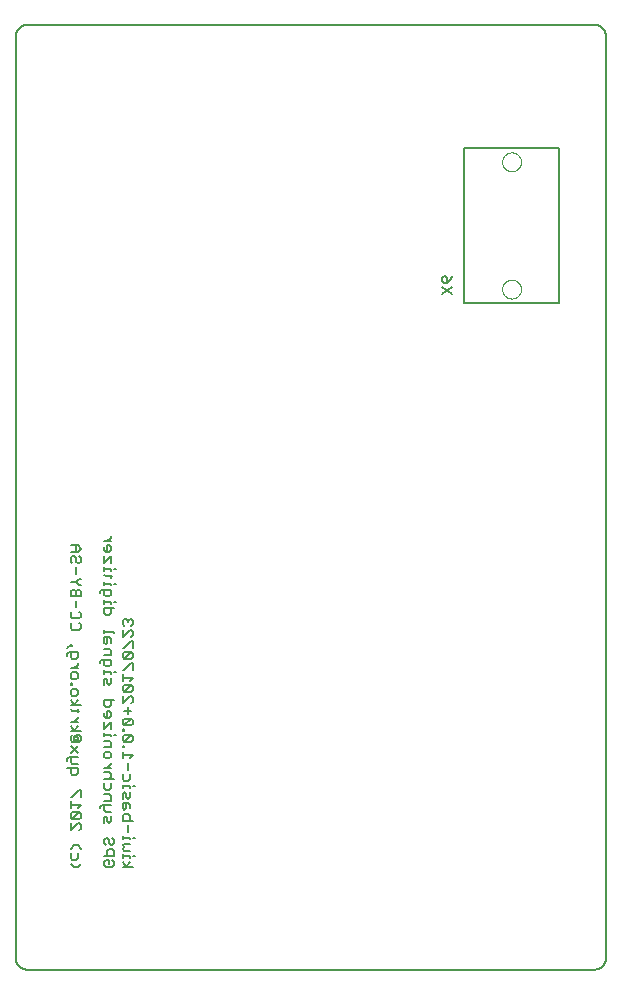
<source format=gbo>
G75*
%MOIN*%
%OFA0B0*%
%FSLAX25Y25*%
%IPPOS*%
%LPD*%
%AMOC8*
5,1,8,0,0,1.08239X$1,22.5*
%
%ADD10C,0.00600*%
%ADD11C,0.00500*%
%ADD12C,0.00000*%
%ADD13C,0.00787*%
D10*
X0030403Y0039158D02*
X0029269Y0040293D01*
X0029836Y0041614D02*
X0029269Y0042181D01*
X0029269Y0043882D01*
X0029269Y0045297D02*
X0030403Y0046431D01*
X0031538Y0046431D01*
X0032672Y0045297D01*
X0031538Y0043882D02*
X0031538Y0042181D01*
X0030970Y0041614D01*
X0029836Y0041614D01*
X0030403Y0039158D02*
X0031538Y0039158D01*
X0032672Y0040293D01*
X0040293Y0040860D02*
X0040860Y0041427D01*
X0041994Y0041427D01*
X0041994Y0040293D01*
X0043128Y0041427D02*
X0043696Y0040860D01*
X0043696Y0039725D01*
X0043128Y0039158D01*
X0040860Y0039158D01*
X0040293Y0039725D01*
X0040293Y0040860D01*
X0040293Y0042841D02*
X0043696Y0042841D01*
X0043696Y0044543D01*
X0043128Y0045110D01*
X0041994Y0045110D01*
X0041427Y0044543D01*
X0041427Y0042841D01*
X0040860Y0046525D02*
X0040293Y0047092D01*
X0040293Y0048226D01*
X0040860Y0048793D01*
X0041427Y0048793D01*
X0041994Y0048226D01*
X0041994Y0047092D01*
X0042561Y0046525D01*
X0043128Y0046525D01*
X0043696Y0047092D01*
X0043696Y0048226D01*
X0043128Y0048793D01*
X0046592Y0048933D02*
X0048860Y0048933D01*
X0048860Y0048366D01*
X0049995Y0048933D02*
X0050562Y0048933D01*
X0048860Y0046952D02*
X0047159Y0046952D01*
X0046592Y0046384D01*
X0047159Y0045817D01*
X0046592Y0045250D01*
X0047159Y0044683D01*
X0048860Y0044683D01*
X0048860Y0042795D02*
X0046592Y0042795D01*
X0046592Y0042228D02*
X0046592Y0043362D01*
X0048860Y0042795D02*
X0048860Y0042228D01*
X0049995Y0042795D02*
X0050562Y0042795D01*
X0048860Y0040860D02*
X0047726Y0039158D01*
X0046592Y0040860D01*
X0046592Y0039158D02*
X0049995Y0039158D01*
X0046592Y0048366D02*
X0046592Y0049500D01*
X0048293Y0050822D02*
X0048293Y0053090D01*
X0048860Y0054505D02*
X0048860Y0056206D01*
X0048293Y0056773D01*
X0047159Y0056773D01*
X0046592Y0056206D01*
X0046592Y0054505D01*
X0049995Y0054505D01*
X0047159Y0058188D02*
X0047726Y0058755D01*
X0047726Y0060456D01*
X0048293Y0060456D02*
X0046592Y0060456D01*
X0046592Y0058755D01*
X0047159Y0058188D01*
X0048860Y0058755D02*
X0048860Y0059889D01*
X0048293Y0060456D01*
X0048293Y0061871D02*
X0048860Y0062438D01*
X0048860Y0064140D01*
X0047726Y0063572D02*
X0047726Y0062438D01*
X0048293Y0061871D01*
X0046592Y0061871D02*
X0046592Y0063572D01*
X0047159Y0064140D01*
X0047726Y0063572D01*
X0046592Y0065554D02*
X0046592Y0066688D01*
X0046592Y0066121D02*
X0048860Y0066121D01*
X0048860Y0065554D01*
X0049995Y0066121D02*
X0050562Y0066121D01*
X0048293Y0068010D02*
X0048860Y0068577D01*
X0048860Y0070278D01*
X0048293Y0071693D02*
X0048293Y0073961D01*
X0048860Y0075376D02*
X0049995Y0076510D01*
X0046592Y0076510D01*
X0046592Y0075376D02*
X0046592Y0077644D01*
X0046592Y0079059D02*
X0046592Y0079626D01*
X0047159Y0079626D01*
X0047159Y0079059D01*
X0046592Y0079059D01*
X0047159Y0080901D02*
X0046592Y0081468D01*
X0046592Y0082602D01*
X0047159Y0083169D01*
X0049428Y0083169D01*
X0047159Y0080901D01*
X0049428Y0080901D01*
X0049995Y0081468D01*
X0049995Y0082602D01*
X0049428Y0083169D01*
X0047159Y0084584D02*
X0047159Y0085151D01*
X0046592Y0085151D01*
X0046592Y0084584D01*
X0047159Y0084584D01*
X0047159Y0086425D02*
X0046592Y0086992D01*
X0046592Y0088127D01*
X0047159Y0088694D01*
X0049428Y0088694D01*
X0047159Y0086425D01*
X0049428Y0086425D01*
X0049995Y0086992D01*
X0049995Y0088127D01*
X0049428Y0088694D01*
X0048293Y0090108D02*
X0048293Y0092377D01*
X0047159Y0091243D02*
X0049428Y0091243D01*
X0049428Y0093792D02*
X0049995Y0094359D01*
X0049995Y0095493D01*
X0049428Y0096060D01*
X0048860Y0096060D01*
X0046592Y0093792D01*
X0046592Y0096060D01*
X0047159Y0097475D02*
X0046592Y0098042D01*
X0046592Y0099176D01*
X0047159Y0099743D01*
X0049428Y0099743D01*
X0047159Y0097475D01*
X0049428Y0097475D01*
X0049995Y0098042D01*
X0049995Y0099176D01*
X0049428Y0099743D01*
X0048860Y0101158D02*
X0049995Y0102292D01*
X0046592Y0102292D01*
X0046592Y0101158D02*
X0046592Y0103426D01*
X0046592Y0104841D02*
X0047159Y0104841D01*
X0049428Y0107110D01*
X0049995Y0107110D01*
X0049995Y0104841D01*
X0049428Y0108524D02*
X0047159Y0108524D01*
X0049428Y0110793D01*
X0047159Y0110793D01*
X0046592Y0110226D01*
X0046592Y0109091D01*
X0047159Y0108524D01*
X0049428Y0108524D02*
X0049995Y0109091D01*
X0049995Y0110226D01*
X0049428Y0110793D01*
X0049995Y0112207D02*
X0049995Y0114476D01*
X0049428Y0114476D01*
X0047159Y0112207D01*
X0046592Y0112207D01*
X0046592Y0115890D02*
X0048860Y0118159D01*
X0049428Y0118159D01*
X0049995Y0117592D01*
X0049995Y0116458D01*
X0049428Y0115890D01*
X0049428Y0119574D02*
X0049995Y0120141D01*
X0049995Y0121275D01*
X0049428Y0121842D01*
X0048860Y0121842D01*
X0048293Y0121275D01*
X0047726Y0121842D01*
X0047159Y0121842D01*
X0046592Y0121275D01*
X0046592Y0120141D01*
X0047159Y0119574D01*
X0046592Y0118159D02*
X0046592Y0115890D01*
X0043696Y0117118D02*
X0043696Y0117685D01*
X0040293Y0117685D01*
X0040293Y0117118D02*
X0040293Y0118252D01*
X0040293Y0115704D02*
X0040293Y0114002D01*
X0040860Y0113435D01*
X0041427Y0114002D01*
X0041427Y0115704D01*
X0041994Y0115704D02*
X0040293Y0115704D01*
X0041994Y0115704D02*
X0042561Y0115136D01*
X0042561Y0114002D01*
X0041994Y0112020D02*
X0042561Y0111453D01*
X0042561Y0109752D01*
X0040293Y0109752D01*
X0040293Y0108337D02*
X0040293Y0106636D01*
X0040860Y0106069D01*
X0041994Y0106069D01*
X0042561Y0106636D01*
X0042561Y0108337D01*
X0039725Y0108337D01*
X0039158Y0107770D01*
X0039158Y0107203D01*
X0040293Y0104748D02*
X0040293Y0103613D01*
X0040293Y0104180D02*
X0042561Y0104180D01*
X0042561Y0103613D01*
X0043696Y0104180D02*
X0044263Y0104180D01*
X0042561Y0102199D02*
X0042561Y0100497D01*
X0041994Y0099930D01*
X0041427Y0100497D01*
X0041427Y0101632D01*
X0040860Y0102199D01*
X0040293Y0101632D01*
X0040293Y0099930D01*
X0040293Y0094832D02*
X0040293Y0093131D01*
X0040860Y0092564D01*
X0041994Y0092564D01*
X0042561Y0093131D01*
X0042561Y0094832D01*
X0043696Y0094832D02*
X0040293Y0094832D01*
X0041427Y0091149D02*
X0041427Y0088881D01*
X0041994Y0088881D02*
X0042561Y0089448D01*
X0042561Y0090582D01*
X0041994Y0091149D01*
X0041427Y0091149D01*
X0040293Y0090582D02*
X0040293Y0089448D01*
X0040860Y0088881D01*
X0041994Y0088881D01*
X0042561Y0087466D02*
X0040293Y0085198D01*
X0040293Y0087466D01*
X0040293Y0083876D02*
X0040293Y0082742D01*
X0040293Y0083309D02*
X0042561Y0083309D01*
X0042561Y0082742D01*
X0043696Y0083309D02*
X0044263Y0083309D01*
X0042561Y0085198D02*
X0042561Y0087466D01*
X0041994Y0081328D02*
X0040293Y0081328D01*
X0041994Y0081328D02*
X0042561Y0080760D01*
X0042561Y0079059D01*
X0040293Y0079059D01*
X0040860Y0077644D02*
X0040293Y0077077D01*
X0040293Y0075943D01*
X0040860Y0075376D01*
X0041994Y0075376D01*
X0042561Y0075943D01*
X0042561Y0077077D01*
X0041994Y0077644D01*
X0040860Y0077644D01*
X0042561Y0074008D02*
X0042561Y0073441D01*
X0041427Y0072307D01*
X0040293Y0072307D02*
X0042561Y0072307D01*
X0041994Y0070892D02*
X0040293Y0070892D01*
X0041994Y0070892D02*
X0042561Y0070325D01*
X0042561Y0069191D01*
X0041994Y0068623D01*
X0042561Y0067209D02*
X0042561Y0065507D01*
X0041994Y0064940D01*
X0040860Y0064940D01*
X0040293Y0065507D01*
X0040293Y0067209D01*
X0040293Y0068623D02*
X0043696Y0068623D01*
X0046592Y0068577D02*
X0046592Y0070278D01*
X0046592Y0068577D02*
X0047159Y0068010D01*
X0048293Y0068010D01*
X0042561Y0062959D02*
X0042561Y0061257D01*
X0040293Y0061257D01*
X0040293Y0059843D02*
X0040293Y0058141D01*
X0040860Y0057574D01*
X0042561Y0057574D01*
X0042561Y0056159D02*
X0042561Y0054458D01*
X0041994Y0053891D01*
X0041427Y0054458D01*
X0041427Y0055592D01*
X0040860Y0056159D01*
X0040293Y0055592D01*
X0040293Y0053891D01*
X0039158Y0058708D02*
X0039158Y0059275D01*
X0039725Y0059843D01*
X0042561Y0059843D01*
X0042561Y0062959D02*
X0041994Y0063526D01*
X0040293Y0063526D01*
X0032672Y0062485D02*
X0032672Y0064753D01*
X0032105Y0064753D01*
X0029836Y0062485D01*
X0029269Y0062485D01*
X0029269Y0061070D02*
X0029269Y0058802D01*
X0029269Y0059936D02*
X0032672Y0059936D01*
X0031538Y0058802D01*
X0032105Y0057387D02*
X0029836Y0057387D01*
X0029269Y0056820D01*
X0029269Y0055686D01*
X0029836Y0055119D01*
X0032105Y0057387D01*
X0032672Y0056820D01*
X0032672Y0055686D01*
X0032105Y0055119D01*
X0029836Y0055119D01*
X0029269Y0053704D02*
X0029269Y0051435D01*
X0031538Y0053704D01*
X0032105Y0053704D01*
X0032672Y0053137D01*
X0032672Y0052003D01*
X0032105Y0051435D01*
X0030970Y0069851D02*
X0029836Y0069851D01*
X0029269Y0070418D01*
X0029269Y0072120D01*
X0028135Y0072120D02*
X0031538Y0072120D01*
X0031538Y0070418D01*
X0030970Y0069851D01*
X0031538Y0073534D02*
X0029836Y0073534D01*
X0029269Y0074101D01*
X0029269Y0075803D01*
X0028702Y0075803D02*
X0028135Y0075236D01*
X0028135Y0074669D01*
X0028702Y0075803D02*
X0031538Y0075803D01*
X0031538Y0077217D02*
X0029269Y0079486D01*
X0029836Y0080901D02*
X0029269Y0081468D01*
X0029269Y0082602D01*
X0029836Y0083169D01*
X0030403Y0082602D02*
X0031538Y0082602D01*
X0031538Y0081468D01*
X0030403Y0081468D01*
X0030403Y0082602D01*
X0030970Y0083169D01*
X0032105Y0083169D01*
X0032672Y0082602D01*
X0032672Y0081468D01*
X0032105Y0080901D01*
X0029836Y0080901D01*
X0031538Y0079486D02*
X0029269Y0077217D01*
X0029269Y0084584D02*
X0032672Y0084584D01*
X0031538Y0086285D02*
X0030403Y0084584D01*
X0029269Y0086285D01*
X0029269Y0087653D02*
X0031538Y0087653D01*
X0031538Y0088787D02*
X0030403Y0087653D01*
X0031538Y0088787D02*
X0031538Y0089354D01*
X0031538Y0090722D02*
X0031538Y0091857D01*
X0032105Y0091289D02*
X0029836Y0091289D01*
X0029269Y0091857D01*
X0029269Y0093178D02*
X0032672Y0093178D01*
X0031538Y0094879D02*
X0030403Y0093178D01*
X0029269Y0094879D01*
X0029836Y0096247D02*
X0029269Y0096814D01*
X0029269Y0097948D01*
X0029836Y0098516D01*
X0030970Y0098516D01*
X0031538Y0097948D01*
X0031538Y0096814D01*
X0030970Y0096247D01*
X0029836Y0096247D01*
X0029836Y0099930D02*
X0029269Y0099930D01*
X0029269Y0100497D01*
X0029836Y0100497D01*
X0029836Y0099930D01*
X0029836Y0101772D02*
X0029269Y0102339D01*
X0029269Y0103473D01*
X0029836Y0104040D01*
X0030970Y0104040D01*
X0031538Y0103473D01*
X0031538Y0102339D01*
X0030970Y0101772D01*
X0029836Y0101772D01*
X0029269Y0105455D02*
X0031538Y0105455D01*
X0031538Y0106589D02*
X0031538Y0107156D01*
X0031538Y0106589D02*
X0030403Y0105455D01*
X0029836Y0108524D02*
X0029269Y0109091D01*
X0029269Y0110793D01*
X0028702Y0110793D02*
X0031538Y0110793D01*
X0031538Y0109091D01*
X0030970Y0108524D01*
X0029836Y0108524D01*
X0028135Y0109658D02*
X0028135Y0110226D01*
X0028702Y0110793D01*
X0028135Y0112207D02*
X0029269Y0113342D01*
X0029269Y0112774D01*
X0029836Y0112774D01*
X0029836Y0113342D01*
X0029269Y0113342D01*
X0029836Y0118346D02*
X0029269Y0118913D01*
X0029269Y0120047D01*
X0029836Y0120614D01*
X0029836Y0122029D02*
X0029269Y0122596D01*
X0029269Y0123730D01*
X0029836Y0124298D01*
X0030970Y0125712D02*
X0030970Y0127981D01*
X0030970Y0129395D02*
X0030970Y0131097D01*
X0030403Y0131664D01*
X0029836Y0131664D01*
X0029269Y0131097D01*
X0029269Y0129395D01*
X0032672Y0129395D01*
X0032672Y0131097D01*
X0032105Y0131664D01*
X0031538Y0131664D01*
X0030970Y0131097D01*
X0032105Y0133078D02*
X0030970Y0134213D01*
X0029269Y0134213D01*
X0030970Y0134213D02*
X0032105Y0135347D01*
X0032672Y0135347D01*
X0030970Y0136762D02*
X0030970Y0139030D01*
X0031538Y0140445D02*
X0030970Y0141012D01*
X0030970Y0142146D01*
X0030403Y0142713D01*
X0029836Y0142713D01*
X0029269Y0142146D01*
X0029269Y0141012D01*
X0029836Y0140445D01*
X0031538Y0140445D02*
X0032105Y0140445D01*
X0032672Y0141012D01*
X0032672Y0142146D01*
X0032105Y0142713D01*
X0031538Y0144128D02*
X0032672Y0145262D01*
X0031538Y0146396D01*
X0029269Y0146396D01*
X0030970Y0146396D02*
X0030970Y0144128D01*
X0031538Y0144128D02*
X0029269Y0144128D01*
X0032105Y0133078D02*
X0032672Y0133078D01*
X0032105Y0124298D02*
X0032672Y0123730D01*
X0032672Y0122596D01*
X0032105Y0122029D01*
X0029836Y0122029D01*
X0032105Y0120614D02*
X0032672Y0120047D01*
X0032672Y0118913D01*
X0032105Y0118346D01*
X0029836Y0118346D01*
X0040293Y0123824D02*
X0040860Y0123257D01*
X0041994Y0123257D01*
X0042561Y0123824D01*
X0042561Y0125525D01*
X0043696Y0125525D02*
X0040293Y0125525D01*
X0040293Y0123824D01*
X0040293Y0126940D02*
X0040293Y0128074D01*
X0040293Y0127507D02*
X0042561Y0127507D01*
X0042561Y0126940D01*
X0043696Y0127507D02*
X0044263Y0127507D01*
X0041994Y0129395D02*
X0042561Y0129962D01*
X0042561Y0131664D01*
X0039725Y0131664D01*
X0039158Y0131097D01*
X0039158Y0130530D01*
X0040293Y0129962D02*
X0040293Y0131664D01*
X0040293Y0133078D02*
X0040293Y0134213D01*
X0040293Y0133646D02*
X0042561Y0133646D01*
X0042561Y0133078D01*
X0043696Y0133646D02*
X0044263Y0133646D01*
X0042561Y0135534D02*
X0042561Y0136668D01*
X0043128Y0136101D02*
X0040860Y0136101D01*
X0040293Y0136668D01*
X0040293Y0137989D02*
X0040293Y0139124D01*
X0040293Y0138556D02*
X0042561Y0138556D01*
X0042561Y0137989D01*
X0043696Y0138556D02*
X0044263Y0138556D01*
X0042561Y0140445D02*
X0042561Y0142713D01*
X0040293Y0140445D01*
X0040293Y0142713D01*
X0040860Y0144128D02*
X0040293Y0144695D01*
X0040293Y0145829D01*
X0041427Y0146396D02*
X0041427Y0144128D01*
X0041994Y0144128D02*
X0042561Y0144695D01*
X0042561Y0145829D01*
X0041994Y0146396D01*
X0041427Y0146396D01*
X0041427Y0147811D02*
X0042561Y0148945D01*
X0042561Y0149512D01*
X0042561Y0147811D02*
X0040293Y0147811D01*
X0040860Y0144128D02*
X0041994Y0144128D01*
X0040293Y0129962D02*
X0040860Y0129395D01*
X0041994Y0129395D01*
X0048293Y0121275D02*
X0048293Y0120708D01*
X0041994Y0112020D02*
X0040293Y0112020D01*
X0153009Y0230261D02*
X0156412Y0232529D01*
X0154711Y0233944D02*
X0154711Y0235645D01*
X0154143Y0236212D01*
X0153576Y0236212D01*
X0153009Y0235645D01*
X0153009Y0234511D01*
X0153576Y0233944D01*
X0154711Y0233944D01*
X0155845Y0235078D01*
X0156412Y0236212D01*
X0153009Y0232529D02*
X0156412Y0230261D01*
D11*
X0010859Y0316024D02*
X0010859Y0008937D01*
X0010861Y0008813D01*
X0010867Y0008690D01*
X0010876Y0008566D01*
X0010890Y0008444D01*
X0010907Y0008321D01*
X0010929Y0008199D01*
X0010954Y0008078D01*
X0010983Y0007958D01*
X0011015Y0007839D01*
X0011052Y0007720D01*
X0011092Y0007603D01*
X0011135Y0007488D01*
X0011183Y0007373D01*
X0011234Y0007261D01*
X0011288Y0007150D01*
X0011346Y0007040D01*
X0011407Y0006933D01*
X0011472Y0006827D01*
X0011540Y0006724D01*
X0011611Y0006623D01*
X0011685Y0006524D01*
X0011762Y0006427D01*
X0011843Y0006333D01*
X0011926Y0006242D01*
X0012012Y0006153D01*
X0012101Y0006067D01*
X0012192Y0005984D01*
X0012286Y0005903D01*
X0012383Y0005826D01*
X0012482Y0005752D01*
X0012583Y0005681D01*
X0012686Y0005613D01*
X0012792Y0005548D01*
X0012899Y0005487D01*
X0013009Y0005429D01*
X0013120Y0005375D01*
X0013232Y0005324D01*
X0013347Y0005276D01*
X0013462Y0005233D01*
X0013579Y0005193D01*
X0013698Y0005156D01*
X0013817Y0005124D01*
X0013937Y0005095D01*
X0014058Y0005070D01*
X0014180Y0005048D01*
X0014303Y0005031D01*
X0014425Y0005017D01*
X0014549Y0005008D01*
X0014672Y0005002D01*
X0014796Y0005000D01*
X0203772Y0005000D01*
X0203896Y0005002D01*
X0204019Y0005008D01*
X0204143Y0005017D01*
X0204265Y0005031D01*
X0204388Y0005048D01*
X0204510Y0005070D01*
X0204631Y0005095D01*
X0204751Y0005124D01*
X0204870Y0005156D01*
X0204989Y0005193D01*
X0205106Y0005233D01*
X0205221Y0005276D01*
X0205336Y0005324D01*
X0205448Y0005375D01*
X0205559Y0005429D01*
X0205669Y0005487D01*
X0205776Y0005548D01*
X0205882Y0005613D01*
X0205985Y0005681D01*
X0206086Y0005752D01*
X0206185Y0005826D01*
X0206282Y0005903D01*
X0206376Y0005984D01*
X0206467Y0006067D01*
X0206556Y0006153D01*
X0206642Y0006242D01*
X0206725Y0006333D01*
X0206806Y0006427D01*
X0206883Y0006524D01*
X0206957Y0006623D01*
X0207028Y0006724D01*
X0207096Y0006827D01*
X0207161Y0006933D01*
X0207222Y0007040D01*
X0207280Y0007150D01*
X0207334Y0007261D01*
X0207385Y0007373D01*
X0207433Y0007488D01*
X0207476Y0007603D01*
X0207516Y0007720D01*
X0207553Y0007839D01*
X0207585Y0007958D01*
X0207614Y0008078D01*
X0207639Y0008199D01*
X0207661Y0008321D01*
X0207678Y0008444D01*
X0207692Y0008566D01*
X0207701Y0008690D01*
X0207707Y0008813D01*
X0207709Y0008937D01*
X0207709Y0316024D01*
X0207707Y0316148D01*
X0207701Y0316271D01*
X0207692Y0316395D01*
X0207678Y0316517D01*
X0207661Y0316640D01*
X0207639Y0316762D01*
X0207614Y0316883D01*
X0207585Y0317003D01*
X0207553Y0317122D01*
X0207516Y0317241D01*
X0207476Y0317358D01*
X0207433Y0317473D01*
X0207385Y0317588D01*
X0207334Y0317700D01*
X0207280Y0317811D01*
X0207222Y0317921D01*
X0207161Y0318028D01*
X0207096Y0318134D01*
X0207028Y0318237D01*
X0206957Y0318338D01*
X0206883Y0318437D01*
X0206806Y0318534D01*
X0206725Y0318628D01*
X0206642Y0318719D01*
X0206556Y0318808D01*
X0206467Y0318894D01*
X0206376Y0318977D01*
X0206282Y0319058D01*
X0206185Y0319135D01*
X0206086Y0319209D01*
X0205985Y0319280D01*
X0205882Y0319348D01*
X0205776Y0319413D01*
X0205669Y0319474D01*
X0205559Y0319532D01*
X0205448Y0319586D01*
X0205336Y0319637D01*
X0205221Y0319685D01*
X0205106Y0319728D01*
X0204989Y0319768D01*
X0204870Y0319805D01*
X0204751Y0319837D01*
X0204631Y0319866D01*
X0204510Y0319891D01*
X0204388Y0319913D01*
X0204265Y0319930D01*
X0204143Y0319944D01*
X0204019Y0319953D01*
X0203896Y0319959D01*
X0203772Y0319961D01*
X0014796Y0319961D01*
X0014672Y0319959D01*
X0014549Y0319953D01*
X0014425Y0319944D01*
X0014303Y0319930D01*
X0014180Y0319913D01*
X0014058Y0319891D01*
X0013937Y0319866D01*
X0013817Y0319837D01*
X0013698Y0319805D01*
X0013579Y0319768D01*
X0013462Y0319728D01*
X0013347Y0319685D01*
X0013232Y0319637D01*
X0013120Y0319586D01*
X0013009Y0319532D01*
X0012899Y0319474D01*
X0012792Y0319413D01*
X0012686Y0319348D01*
X0012583Y0319280D01*
X0012482Y0319209D01*
X0012383Y0319135D01*
X0012286Y0319058D01*
X0012192Y0318977D01*
X0012101Y0318894D01*
X0012012Y0318808D01*
X0011926Y0318719D01*
X0011843Y0318628D01*
X0011762Y0318534D01*
X0011685Y0318437D01*
X0011611Y0318338D01*
X0011540Y0318237D01*
X0011472Y0318134D01*
X0011407Y0318028D01*
X0011346Y0317921D01*
X0011288Y0317811D01*
X0011234Y0317700D01*
X0011183Y0317588D01*
X0011135Y0317473D01*
X0011092Y0317358D01*
X0011052Y0317241D01*
X0011015Y0317122D01*
X0010983Y0317003D01*
X0010954Y0316883D01*
X0010929Y0316762D01*
X0010907Y0316640D01*
X0010890Y0316517D01*
X0010876Y0316395D01*
X0010867Y0316271D01*
X0010861Y0316148D01*
X0010859Y0316024D01*
D12*
X0173063Y0274232D02*
X0173065Y0274344D01*
X0173071Y0274455D01*
X0173081Y0274567D01*
X0173095Y0274678D01*
X0173112Y0274788D01*
X0173134Y0274898D01*
X0173160Y0275007D01*
X0173189Y0275115D01*
X0173222Y0275221D01*
X0173259Y0275327D01*
X0173300Y0275431D01*
X0173345Y0275534D01*
X0173393Y0275635D01*
X0173444Y0275734D01*
X0173499Y0275831D01*
X0173558Y0275926D01*
X0173619Y0276020D01*
X0173684Y0276111D01*
X0173753Y0276199D01*
X0173824Y0276285D01*
X0173898Y0276369D01*
X0173976Y0276449D01*
X0174056Y0276527D01*
X0174139Y0276603D01*
X0174224Y0276675D01*
X0174312Y0276744D01*
X0174402Y0276810D01*
X0174495Y0276872D01*
X0174590Y0276932D01*
X0174687Y0276988D01*
X0174785Y0277040D01*
X0174886Y0277089D01*
X0174988Y0277134D01*
X0175092Y0277176D01*
X0175197Y0277214D01*
X0175304Y0277248D01*
X0175411Y0277278D01*
X0175520Y0277305D01*
X0175629Y0277327D01*
X0175740Y0277346D01*
X0175850Y0277361D01*
X0175962Y0277372D01*
X0176073Y0277379D01*
X0176185Y0277382D01*
X0176297Y0277381D01*
X0176409Y0277376D01*
X0176520Y0277367D01*
X0176631Y0277354D01*
X0176742Y0277337D01*
X0176852Y0277317D01*
X0176961Y0277292D01*
X0177069Y0277264D01*
X0177176Y0277231D01*
X0177282Y0277195D01*
X0177386Y0277155D01*
X0177489Y0277112D01*
X0177591Y0277065D01*
X0177690Y0277014D01*
X0177788Y0276960D01*
X0177884Y0276902D01*
X0177978Y0276841D01*
X0178069Y0276777D01*
X0178158Y0276710D01*
X0178245Y0276639D01*
X0178329Y0276565D01*
X0178411Y0276489D01*
X0178489Y0276409D01*
X0178565Y0276327D01*
X0178638Y0276242D01*
X0178708Y0276155D01*
X0178774Y0276065D01*
X0178838Y0275973D01*
X0178898Y0275879D01*
X0178955Y0275783D01*
X0179008Y0275684D01*
X0179058Y0275584D01*
X0179104Y0275483D01*
X0179147Y0275379D01*
X0179186Y0275274D01*
X0179221Y0275168D01*
X0179252Y0275061D01*
X0179280Y0274952D01*
X0179303Y0274843D01*
X0179323Y0274733D01*
X0179339Y0274622D01*
X0179351Y0274511D01*
X0179359Y0274400D01*
X0179363Y0274288D01*
X0179363Y0274176D01*
X0179359Y0274064D01*
X0179351Y0273953D01*
X0179339Y0273842D01*
X0179323Y0273731D01*
X0179303Y0273621D01*
X0179280Y0273512D01*
X0179252Y0273403D01*
X0179221Y0273296D01*
X0179186Y0273190D01*
X0179147Y0273085D01*
X0179104Y0272981D01*
X0179058Y0272880D01*
X0179008Y0272780D01*
X0178955Y0272681D01*
X0178898Y0272585D01*
X0178838Y0272491D01*
X0178774Y0272399D01*
X0178708Y0272309D01*
X0178638Y0272222D01*
X0178565Y0272137D01*
X0178489Y0272055D01*
X0178411Y0271975D01*
X0178329Y0271899D01*
X0178245Y0271825D01*
X0178158Y0271754D01*
X0178069Y0271687D01*
X0177978Y0271623D01*
X0177884Y0271562D01*
X0177788Y0271504D01*
X0177690Y0271450D01*
X0177591Y0271399D01*
X0177489Y0271352D01*
X0177386Y0271309D01*
X0177282Y0271269D01*
X0177176Y0271233D01*
X0177069Y0271200D01*
X0176961Y0271172D01*
X0176852Y0271147D01*
X0176742Y0271127D01*
X0176631Y0271110D01*
X0176520Y0271097D01*
X0176409Y0271088D01*
X0176297Y0271083D01*
X0176185Y0271082D01*
X0176073Y0271085D01*
X0175962Y0271092D01*
X0175850Y0271103D01*
X0175740Y0271118D01*
X0175629Y0271137D01*
X0175520Y0271159D01*
X0175411Y0271186D01*
X0175304Y0271216D01*
X0175197Y0271250D01*
X0175092Y0271288D01*
X0174988Y0271330D01*
X0174886Y0271375D01*
X0174785Y0271424D01*
X0174687Y0271476D01*
X0174590Y0271532D01*
X0174495Y0271592D01*
X0174402Y0271654D01*
X0174312Y0271720D01*
X0174224Y0271789D01*
X0174139Y0271861D01*
X0174056Y0271937D01*
X0173976Y0272015D01*
X0173898Y0272095D01*
X0173824Y0272179D01*
X0173753Y0272265D01*
X0173684Y0272353D01*
X0173619Y0272444D01*
X0173558Y0272538D01*
X0173499Y0272633D01*
X0173444Y0272730D01*
X0173393Y0272829D01*
X0173345Y0272930D01*
X0173300Y0273033D01*
X0173259Y0273137D01*
X0173222Y0273243D01*
X0173189Y0273349D01*
X0173160Y0273457D01*
X0173134Y0273566D01*
X0173112Y0273676D01*
X0173095Y0273786D01*
X0173081Y0273897D01*
X0173071Y0274009D01*
X0173065Y0274120D01*
X0173063Y0274232D01*
X0173065Y0274344D01*
X0173071Y0274455D01*
X0173081Y0274567D01*
X0173095Y0274678D01*
X0173112Y0274788D01*
X0173134Y0274898D01*
X0173160Y0275007D01*
X0173189Y0275115D01*
X0173222Y0275221D01*
X0173259Y0275327D01*
X0173300Y0275431D01*
X0173345Y0275534D01*
X0173393Y0275635D01*
X0173444Y0275734D01*
X0173499Y0275831D01*
X0173558Y0275926D01*
X0173619Y0276020D01*
X0173684Y0276111D01*
X0173753Y0276199D01*
X0173824Y0276285D01*
X0173898Y0276369D01*
X0173976Y0276449D01*
X0174056Y0276527D01*
X0174139Y0276603D01*
X0174224Y0276675D01*
X0174312Y0276744D01*
X0174402Y0276810D01*
X0174495Y0276872D01*
X0174590Y0276932D01*
X0174687Y0276988D01*
X0174785Y0277040D01*
X0174886Y0277089D01*
X0174988Y0277134D01*
X0175092Y0277176D01*
X0175197Y0277214D01*
X0175304Y0277248D01*
X0175411Y0277278D01*
X0175520Y0277305D01*
X0175629Y0277327D01*
X0175740Y0277346D01*
X0175850Y0277361D01*
X0175962Y0277372D01*
X0176073Y0277379D01*
X0176185Y0277382D01*
X0176297Y0277381D01*
X0176409Y0277376D01*
X0176520Y0277367D01*
X0176631Y0277354D01*
X0176742Y0277337D01*
X0176852Y0277317D01*
X0176961Y0277292D01*
X0177069Y0277264D01*
X0177176Y0277231D01*
X0177282Y0277195D01*
X0177386Y0277155D01*
X0177489Y0277112D01*
X0177591Y0277065D01*
X0177690Y0277014D01*
X0177788Y0276960D01*
X0177884Y0276902D01*
X0177978Y0276841D01*
X0178069Y0276777D01*
X0178158Y0276710D01*
X0178245Y0276639D01*
X0178329Y0276565D01*
X0178411Y0276489D01*
X0178489Y0276409D01*
X0178565Y0276327D01*
X0178638Y0276242D01*
X0178708Y0276155D01*
X0178774Y0276065D01*
X0178838Y0275973D01*
X0178898Y0275879D01*
X0178955Y0275783D01*
X0179008Y0275684D01*
X0179058Y0275584D01*
X0179104Y0275483D01*
X0179147Y0275379D01*
X0179186Y0275274D01*
X0179221Y0275168D01*
X0179252Y0275061D01*
X0179280Y0274952D01*
X0179303Y0274843D01*
X0179323Y0274733D01*
X0179339Y0274622D01*
X0179351Y0274511D01*
X0179359Y0274400D01*
X0179363Y0274288D01*
X0179363Y0274176D01*
X0179359Y0274064D01*
X0179351Y0273953D01*
X0179339Y0273842D01*
X0179323Y0273731D01*
X0179303Y0273621D01*
X0179280Y0273512D01*
X0179252Y0273403D01*
X0179221Y0273296D01*
X0179186Y0273190D01*
X0179147Y0273085D01*
X0179104Y0272981D01*
X0179058Y0272880D01*
X0179008Y0272780D01*
X0178955Y0272681D01*
X0178898Y0272585D01*
X0178838Y0272491D01*
X0178774Y0272399D01*
X0178708Y0272309D01*
X0178638Y0272222D01*
X0178565Y0272137D01*
X0178489Y0272055D01*
X0178411Y0271975D01*
X0178329Y0271899D01*
X0178245Y0271825D01*
X0178158Y0271754D01*
X0178069Y0271687D01*
X0177978Y0271623D01*
X0177884Y0271562D01*
X0177788Y0271504D01*
X0177690Y0271450D01*
X0177591Y0271399D01*
X0177489Y0271352D01*
X0177386Y0271309D01*
X0177282Y0271269D01*
X0177176Y0271233D01*
X0177069Y0271200D01*
X0176961Y0271172D01*
X0176852Y0271147D01*
X0176742Y0271127D01*
X0176631Y0271110D01*
X0176520Y0271097D01*
X0176409Y0271088D01*
X0176297Y0271083D01*
X0176185Y0271082D01*
X0176073Y0271085D01*
X0175962Y0271092D01*
X0175850Y0271103D01*
X0175740Y0271118D01*
X0175629Y0271137D01*
X0175520Y0271159D01*
X0175411Y0271186D01*
X0175304Y0271216D01*
X0175197Y0271250D01*
X0175092Y0271288D01*
X0174988Y0271330D01*
X0174886Y0271375D01*
X0174785Y0271424D01*
X0174687Y0271476D01*
X0174590Y0271532D01*
X0174495Y0271592D01*
X0174402Y0271654D01*
X0174312Y0271720D01*
X0174224Y0271789D01*
X0174139Y0271861D01*
X0174056Y0271937D01*
X0173976Y0272015D01*
X0173898Y0272095D01*
X0173824Y0272179D01*
X0173753Y0272265D01*
X0173684Y0272353D01*
X0173619Y0272444D01*
X0173558Y0272538D01*
X0173499Y0272633D01*
X0173444Y0272730D01*
X0173393Y0272829D01*
X0173345Y0272930D01*
X0173300Y0273033D01*
X0173259Y0273137D01*
X0173222Y0273243D01*
X0173189Y0273349D01*
X0173160Y0273457D01*
X0173134Y0273566D01*
X0173112Y0273676D01*
X0173095Y0273786D01*
X0173081Y0273897D01*
X0173071Y0274009D01*
X0173065Y0274120D01*
X0173063Y0274232D01*
X0173063Y0231831D02*
X0173065Y0231943D01*
X0173071Y0232054D01*
X0173081Y0232166D01*
X0173095Y0232277D01*
X0173112Y0232387D01*
X0173134Y0232497D01*
X0173160Y0232606D01*
X0173189Y0232714D01*
X0173222Y0232820D01*
X0173259Y0232926D01*
X0173300Y0233030D01*
X0173345Y0233133D01*
X0173393Y0233234D01*
X0173444Y0233333D01*
X0173499Y0233430D01*
X0173558Y0233525D01*
X0173619Y0233619D01*
X0173684Y0233710D01*
X0173753Y0233798D01*
X0173824Y0233884D01*
X0173898Y0233968D01*
X0173976Y0234048D01*
X0174056Y0234126D01*
X0174139Y0234202D01*
X0174224Y0234274D01*
X0174312Y0234343D01*
X0174402Y0234409D01*
X0174495Y0234471D01*
X0174590Y0234531D01*
X0174687Y0234587D01*
X0174785Y0234639D01*
X0174886Y0234688D01*
X0174988Y0234733D01*
X0175092Y0234775D01*
X0175197Y0234813D01*
X0175304Y0234847D01*
X0175411Y0234877D01*
X0175520Y0234904D01*
X0175629Y0234926D01*
X0175740Y0234945D01*
X0175850Y0234960D01*
X0175962Y0234971D01*
X0176073Y0234978D01*
X0176185Y0234981D01*
X0176297Y0234980D01*
X0176409Y0234975D01*
X0176520Y0234966D01*
X0176631Y0234953D01*
X0176742Y0234936D01*
X0176852Y0234916D01*
X0176961Y0234891D01*
X0177069Y0234863D01*
X0177176Y0234830D01*
X0177282Y0234794D01*
X0177386Y0234754D01*
X0177489Y0234711D01*
X0177591Y0234664D01*
X0177690Y0234613D01*
X0177788Y0234559D01*
X0177884Y0234501D01*
X0177978Y0234440D01*
X0178069Y0234376D01*
X0178158Y0234309D01*
X0178245Y0234238D01*
X0178329Y0234164D01*
X0178411Y0234088D01*
X0178489Y0234008D01*
X0178565Y0233926D01*
X0178638Y0233841D01*
X0178708Y0233754D01*
X0178774Y0233664D01*
X0178838Y0233572D01*
X0178898Y0233478D01*
X0178955Y0233382D01*
X0179008Y0233283D01*
X0179058Y0233183D01*
X0179104Y0233082D01*
X0179147Y0232978D01*
X0179186Y0232873D01*
X0179221Y0232767D01*
X0179252Y0232660D01*
X0179280Y0232551D01*
X0179303Y0232442D01*
X0179323Y0232332D01*
X0179339Y0232221D01*
X0179351Y0232110D01*
X0179359Y0231999D01*
X0179363Y0231887D01*
X0179363Y0231775D01*
X0179359Y0231663D01*
X0179351Y0231552D01*
X0179339Y0231441D01*
X0179323Y0231330D01*
X0179303Y0231220D01*
X0179280Y0231111D01*
X0179252Y0231002D01*
X0179221Y0230895D01*
X0179186Y0230789D01*
X0179147Y0230684D01*
X0179104Y0230580D01*
X0179058Y0230479D01*
X0179008Y0230379D01*
X0178955Y0230280D01*
X0178898Y0230184D01*
X0178838Y0230090D01*
X0178774Y0229998D01*
X0178708Y0229908D01*
X0178638Y0229821D01*
X0178565Y0229736D01*
X0178489Y0229654D01*
X0178411Y0229574D01*
X0178329Y0229498D01*
X0178245Y0229424D01*
X0178158Y0229353D01*
X0178069Y0229286D01*
X0177978Y0229222D01*
X0177884Y0229161D01*
X0177788Y0229103D01*
X0177690Y0229049D01*
X0177591Y0228998D01*
X0177489Y0228951D01*
X0177386Y0228908D01*
X0177282Y0228868D01*
X0177176Y0228832D01*
X0177069Y0228799D01*
X0176961Y0228771D01*
X0176852Y0228746D01*
X0176742Y0228726D01*
X0176631Y0228709D01*
X0176520Y0228696D01*
X0176409Y0228687D01*
X0176297Y0228682D01*
X0176185Y0228681D01*
X0176073Y0228684D01*
X0175962Y0228691D01*
X0175850Y0228702D01*
X0175740Y0228717D01*
X0175629Y0228736D01*
X0175520Y0228758D01*
X0175411Y0228785D01*
X0175304Y0228815D01*
X0175197Y0228849D01*
X0175092Y0228887D01*
X0174988Y0228929D01*
X0174886Y0228974D01*
X0174785Y0229023D01*
X0174687Y0229075D01*
X0174590Y0229131D01*
X0174495Y0229191D01*
X0174402Y0229253D01*
X0174312Y0229319D01*
X0174224Y0229388D01*
X0174139Y0229460D01*
X0174056Y0229536D01*
X0173976Y0229614D01*
X0173898Y0229694D01*
X0173824Y0229778D01*
X0173753Y0229864D01*
X0173684Y0229952D01*
X0173619Y0230043D01*
X0173558Y0230137D01*
X0173499Y0230232D01*
X0173444Y0230329D01*
X0173393Y0230428D01*
X0173345Y0230529D01*
X0173300Y0230632D01*
X0173259Y0230736D01*
X0173222Y0230842D01*
X0173189Y0230948D01*
X0173160Y0231056D01*
X0173134Y0231165D01*
X0173112Y0231275D01*
X0173095Y0231385D01*
X0173081Y0231496D01*
X0173071Y0231608D01*
X0173065Y0231719D01*
X0173063Y0231831D01*
X0173065Y0231943D01*
X0173071Y0232054D01*
X0173081Y0232166D01*
X0173095Y0232277D01*
X0173112Y0232387D01*
X0173134Y0232497D01*
X0173160Y0232606D01*
X0173189Y0232714D01*
X0173222Y0232820D01*
X0173259Y0232926D01*
X0173300Y0233030D01*
X0173345Y0233133D01*
X0173393Y0233234D01*
X0173444Y0233333D01*
X0173499Y0233430D01*
X0173558Y0233525D01*
X0173619Y0233619D01*
X0173684Y0233710D01*
X0173753Y0233798D01*
X0173824Y0233884D01*
X0173898Y0233968D01*
X0173976Y0234048D01*
X0174056Y0234126D01*
X0174139Y0234202D01*
X0174224Y0234274D01*
X0174312Y0234343D01*
X0174402Y0234409D01*
X0174495Y0234471D01*
X0174590Y0234531D01*
X0174687Y0234587D01*
X0174785Y0234639D01*
X0174886Y0234688D01*
X0174988Y0234733D01*
X0175092Y0234775D01*
X0175197Y0234813D01*
X0175304Y0234847D01*
X0175411Y0234877D01*
X0175520Y0234904D01*
X0175629Y0234926D01*
X0175740Y0234945D01*
X0175850Y0234960D01*
X0175962Y0234971D01*
X0176073Y0234978D01*
X0176185Y0234981D01*
X0176297Y0234980D01*
X0176409Y0234975D01*
X0176520Y0234966D01*
X0176631Y0234953D01*
X0176742Y0234936D01*
X0176852Y0234916D01*
X0176961Y0234891D01*
X0177069Y0234863D01*
X0177176Y0234830D01*
X0177282Y0234794D01*
X0177386Y0234754D01*
X0177489Y0234711D01*
X0177591Y0234664D01*
X0177690Y0234613D01*
X0177788Y0234559D01*
X0177884Y0234501D01*
X0177978Y0234440D01*
X0178069Y0234376D01*
X0178158Y0234309D01*
X0178245Y0234238D01*
X0178329Y0234164D01*
X0178411Y0234088D01*
X0178489Y0234008D01*
X0178565Y0233926D01*
X0178638Y0233841D01*
X0178708Y0233754D01*
X0178774Y0233664D01*
X0178838Y0233572D01*
X0178898Y0233478D01*
X0178955Y0233382D01*
X0179008Y0233283D01*
X0179058Y0233183D01*
X0179104Y0233082D01*
X0179147Y0232978D01*
X0179186Y0232873D01*
X0179221Y0232767D01*
X0179252Y0232660D01*
X0179280Y0232551D01*
X0179303Y0232442D01*
X0179323Y0232332D01*
X0179339Y0232221D01*
X0179351Y0232110D01*
X0179359Y0231999D01*
X0179363Y0231887D01*
X0179363Y0231775D01*
X0179359Y0231663D01*
X0179351Y0231552D01*
X0179339Y0231441D01*
X0179323Y0231330D01*
X0179303Y0231220D01*
X0179280Y0231111D01*
X0179252Y0231002D01*
X0179221Y0230895D01*
X0179186Y0230789D01*
X0179147Y0230684D01*
X0179104Y0230580D01*
X0179058Y0230479D01*
X0179008Y0230379D01*
X0178955Y0230280D01*
X0178898Y0230184D01*
X0178838Y0230090D01*
X0178774Y0229998D01*
X0178708Y0229908D01*
X0178638Y0229821D01*
X0178565Y0229736D01*
X0178489Y0229654D01*
X0178411Y0229574D01*
X0178329Y0229498D01*
X0178245Y0229424D01*
X0178158Y0229353D01*
X0178069Y0229286D01*
X0177978Y0229222D01*
X0177884Y0229161D01*
X0177788Y0229103D01*
X0177690Y0229049D01*
X0177591Y0228998D01*
X0177489Y0228951D01*
X0177386Y0228908D01*
X0177282Y0228868D01*
X0177176Y0228832D01*
X0177069Y0228799D01*
X0176961Y0228771D01*
X0176852Y0228746D01*
X0176742Y0228726D01*
X0176631Y0228709D01*
X0176520Y0228696D01*
X0176409Y0228687D01*
X0176297Y0228682D01*
X0176185Y0228681D01*
X0176073Y0228684D01*
X0175962Y0228691D01*
X0175850Y0228702D01*
X0175740Y0228717D01*
X0175629Y0228736D01*
X0175520Y0228758D01*
X0175411Y0228785D01*
X0175304Y0228815D01*
X0175197Y0228849D01*
X0175092Y0228887D01*
X0174988Y0228929D01*
X0174886Y0228974D01*
X0174785Y0229023D01*
X0174687Y0229075D01*
X0174590Y0229131D01*
X0174495Y0229191D01*
X0174402Y0229253D01*
X0174312Y0229319D01*
X0174224Y0229388D01*
X0174139Y0229460D01*
X0174056Y0229536D01*
X0173976Y0229614D01*
X0173898Y0229694D01*
X0173824Y0229778D01*
X0173753Y0229864D01*
X0173684Y0229952D01*
X0173619Y0230043D01*
X0173558Y0230137D01*
X0173499Y0230232D01*
X0173444Y0230329D01*
X0173393Y0230428D01*
X0173345Y0230529D01*
X0173300Y0230632D01*
X0173259Y0230736D01*
X0173222Y0230842D01*
X0173189Y0230948D01*
X0173160Y0231056D01*
X0173134Y0231165D01*
X0173112Y0231275D01*
X0173095Y0231385D01*
X0173081Y0231496D01*
X0173071Y0231608D01*
X0173065Y0231719D01*
X0173063Y0231831D01*
D13*
X0160465Y0227047D02*
X0160465Y0279016D01*
X0191961Y0279016D01*
X0191961Y0227047D01*
X0160465Y0227047D01*
M02*

</source>
